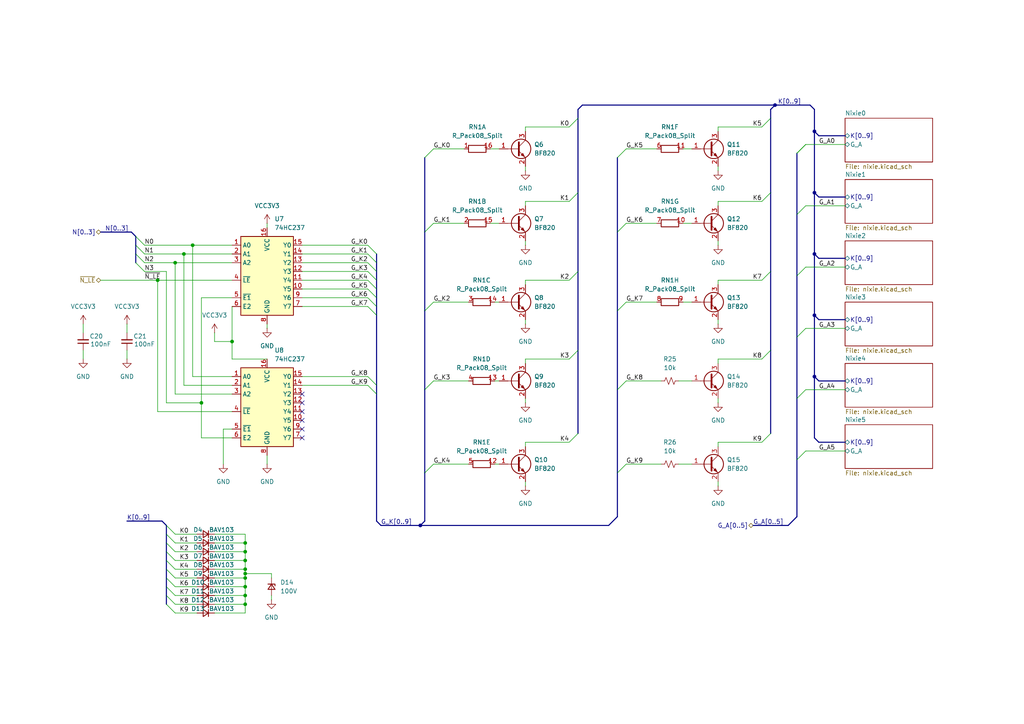
<source format=kicad_sch>
(kicad_sch (version 20250114) (generator "eeschema") (generator_version "9.0")
  (paper "A4")
  (lib_symbols
    (symbol "74xx:74HC237"
      (property "Reference" "U" (at -7.62 13.97 0))
      (property "Value" "74HC237" (at 2.54 -11.43 0))
      (symbol "74HC237_0_1"
        (rectangle (start -7.62 12.7) (end 7.62 -10.16) (stroke (width 0.254)) (fill (type background)))
      )
      (symbol "74HC237_1_1"
        (pin input line (at -10.16 10.16 0) (length 2.54) (name "A0") (number "1"))
        (pin input line (at -10.16 7.62 0) (length 2.54) (name "A1") (number "2"))
        (pin input line (at -10.16 5.08 0) (length 2.54) (name "A2") (number "3"))
        (pin input line (at -10.16 0 0) (length 2.54) (name "~{LE}") (number "4"))
        (pin input line (at -10.16 -5.08 0) (length 2.54) (name "~{E1}") (number "5"))
        (pin input line (at -10.16 -7.62 0) (length 2.54) (name "E2") (number "6"))
        (pin power_in line (at 0 15.24 270) (length 2.54) (name "VCC") (number "16"))
        (pin power_in line (at 0 -12.7 90) (length 2.54) (name "GND") (number "8"))
        (pin output line (at 10.16 10.16 180) (length 2.54) (name "Y0") (number "15"))
        (pin output line (at 10.16 7.62 180) (length 2.54) (name "Y1") (number "14"))
        (pin output line (at 10.16 5.08 180) (length 2.54) (name "Y2") (number "13"))
        (pin output line (at 10.16 2.54 180) (length 2.54) (name "Y3") (number "12"))
        (pin output line (at 10.16 0 180) (length 2.54) (name "Y4") (number "11"))
        (pin output line (at 10.16 -2.54 180) (length 2.54) (name "Y5") (number "10"))
        (pin output line (at 10.16 -5.08 180) (length 2.54) (name "Y6") (number "9"))
        (pin output line (at 10.16 -7.62 180) (length 2.54) (name "Y7") (number "7"))
      )
    )
    (symbol "Device:C_Small" (pin_numbers (hide yes)) (pin_names (offset 0.254) (hide yes))
      (property "Reference" "C" (at 0.254 1.778 0))
      (property "Value" "C_Small" (at 0.254 -2.032 0))
      (symbol "C_Small_0_1"
        (polyline (pts (xy -1.524 0.508) (xy 1.524 0.508)) (stroke (width 0.3048)))
        (polyline (pts (xy -1.524 -0.508) (xy 1.524 -0.508)) (stroke (width 0.3302)))
      )
      (symbol "C_Small_1_1"
        (pin passive line (at 0 2.54 270) (length 2.032) (name "~") (number "1"))
        (pin passive line (at 0 -2.54 90) (length 2.032) (name "~") (number "2"))
      )
    )
    (symbol "Device:D_Small" (pin_numbers (hide yes)) (pin_names (offset 0.254) (hide yes))
      (property "Reference" "D" (at -1.27 2.032 0))
      (property "Value" "D_Small" (at -3.81 -2.032 0))
      (symbol "D_Small_0_1"
        (polyline (pts (xy -0.762 0) (xy 0.762 0)))
        (polyline (pts (xy -0.762 -1.016) (xy -0.762 1.016)) (stroke (width 0.254)))
        (polyline (pts (xy 0.762 -1.016) (xy -0.762 0) (xy 0.762 1.016) (xy 0.762 -1.016)) (stroke (width 0.254)))
      )
      (symbol "D_Small_1_1"
        (pin passive line (at -2.54 0 0) (length 1.778) (name "K") (number "1"))
        (pin passive line (at 2.54 0 180) (length 1.778) (name "A") (number "2"))
      )
    )
    (symbol "Device:D_Zener_Small" (pin_numbers (hide yes)) (pin_names (offset 0.254) (hide yes))
      (property "Reference" "D" (at 0 2.286 0))
      (property "Value" "D_Zener_Small" (at 0 -2.286 0))
      (symbol "D_Zener_Small_0_1"
        (polyline (pts (xy -0.254 1.016) (xy -0.762 1.016) (xy -0.762 -1.016)) (stroke (width 0.254)))
        (polyline (pts (xy 0.762 1.016) (xy -0.762 0) (xy 0.762 -1.016) (xy 0.762 1.016)) (stroke (width 0.254)))
        (polyline (pts (xy 0.762 0) (xy -0.762 0)))
      )
      (symbol "D_Zener_Small_1_1"
        (pin passive line (at -2.54 0 0) (length 1.778) (name "K") (number "1"))
        (pin passive line (at 2.54 0 180) (length 1.778) (name "A") (number "2"))
      )
    )
    (symbol "Device:R_Pack08_Split" (pin_names (offset 0) (hide yes))
      (property "Reference" "RN" (at 2.032 0 90))
      (property "Value" "R_Pack08_Split" (at 0 0 90))
      (symbol "R_Pack08_Split_0_1"
        (rectangle (start 1.016 2.54) (end -1.016 -2.54) (stroke (width 0.254)))
      )
      (symbol "R_Pack08_Split_1_1"
        (pin passive line (at 0 3.81 270) (length 1.27) (name "R1.2") (number "16"))
        (pin passive line (at 0 -3.81 90) (length 1.27) (name "R1.1") (number "1"))
      )
      (symbol "R_Pack08_Split_2_1"
        (pin passive line (at 0 3.81 270) (length 1.27) (name "R2.2") (number "15"))
        (pin passive line (at 0 -3.81 90) (length 1.27) (name "R2.1") (number "2"))
      )
      (symbol "R_Pack08_Split_3_1"
        (pin passive line (at 0 3.81 270) (length 1.27) (name "R3.2") (number "14"))
        (pin passive line (at 0 -3.81 90) (length 1.27) (name "R3.1") (number "3"))
      )
      (symbol "R_Pack08_Split_4_1"
        (pin passive line (at 0 3.81 270) (length 1.27) (name "R4.2") (number "13"))
        (pin passive line (at 0 -3.81 90) (length 1.27) (name "R4.1") (number "4"))
      )
      (symbol "R_Pack08_Split_5_1"
        (pin passive line (at 0 3.81 270) (length 1.27) (name "R5.2") (number "12"))
        (pin passive line (at 0 -3.81 90) (length 1.27) (name "R5.1") (number "5"))
      )
      (symbol "R_Pack08_Split_6_1"
        (pin passive line (at 0 3.81 270) (length 1.27) (name "R6.2") (number "11"))
        (pin passive line (at 0 -3.81 90) (length 1.27) (name "R6.1") (number "6"))
      )
      (symbol "R_Pack08_Split_7_1"
        (pin passive line (at 0 3.81 270) (length 1.27) (name "R7.2") (number "10"))
        (pin passive line (at 0 -3.81 90) (length 1.27) (name "R7.1") (number "7"))
      )
      (symbol "R_Pack08_Split_8_1"
        (pin passive line (at 0 3.81 270) (length 1.27) (name "R8.2") (number "9"))
        (pin passive line (at 0 -3.81 90) (length 1.27) (name "R8.1") (number "8"))
      )
    )
    (symbol "Device:R_Small_US" (pin_numbers (hide yes)) (pin_names (offset 0.254) (hide yes))
      (property "Reference" "R" (at 0.762 0.508 0))
      (property "Value" "R_Small_US" (at 0.762 -1.016 0))
      (symbol "R_Small_US_1_1"
        (polyline (pts (xy 0 1.524) (xy 1.016 1.143) (xy 0 0.762) (xy -1.016 0.381) (xy 0 0)))
        (polyline (pts (xy 0 0) (xy 1.016 -0.381) (xy 0 -0.762) (xy -1.016 -1.143) (xy 0 -1.524)))
        (pin passive line (at 0 2.54 270) (length 1.016) (name "~") (number "1"))
        (pin passive line (at 0 -2.54 90) (length 1.016) (name "~") (number "2"))
      )
    )
    (symbol "Transistor_BJT:Q_NPN_BEC" (pin_names (offset 0) (hide yes))
      (property "Reference" "Q" (at 5.08 1.27 0))
      (property "Value" "Q_NPN_BEC" (at 5.08 -1.27 0))
      (symbol "Q_NPN_BEC_0_1"
        (polyline (pts (xy -2.54 0) (xy 0.635 0)))
        (polyline (pts (xy 0.635 1.905) (xy 0.635 -1.905)) (stroke (width 0.508)))
        (circle (center 1.27 0) (radius 2.8194) (stroke (width 0.254)))
      )
      (symbol "Q_NPN_BEC_1_1"
        (polyline (pts (xy 0.635 0.635) (xy 2.54 2.54)))
        (polyline (pts (xy 0.635 -0.635) (xy 2.54 -2.54)))
        (polyline (pts (xy 1.27 -1.778) (xy 1.778 -1.27) (xy 2.286 -2.286) (xy 1.27 -1.778)) (fill (type outline)))
        (pin input line (at -5.08 0 0) (length 2.54) (name "B") (number "1"))
        (pin passive line (at 2.54 5.08 270) (length 2.54) (name "C") (number "3"))
        (pin passive line (at 2.54 -5.08 90) (length 2.54) (name "E") (number "2"))
      )
    )
    (symbol "power:GND" (power) (pin_numbers (hide yes)) (pin_names (offset 0) (hide yes))
      (property "Value" "GND" (at 0 -3.81 0))
      (symbol "GND_0_1"
        (polyline (pts (xy 0 0) (xy 0 -1.27) (xy 1.27 -1.27) (xy 0 -2.54) (xy -1.27 -1.27) (xy 0 -1.27)))
      )
      (symbol "GND_1_1"
        (pin power_in line (at 0 0 270) (length 0) (name "~") (number "1"))
      )
    )
    (symbol "power:VCC" (power) (pin_numbers (hide yes)) (pin_names (offset 0) (hide yes))
      (property "Value" "VCC" (at 0 3.556 0))
      (symbol "VCC_0_1"
        (polyline (pts (xy -0.762 1.27) (xy 0 2.54)))
        (polyline (pts (xy 0 2.54) (xy 0.762 1.27)))
        (polyline (pts (xy 0 0) (xy 0 2.54)))
      )
      (symbol "VCC_1_1"
        (pin power_in line (at 0 0 90) (length 0) (name "~") (number "1"))
      )
    )
  )
  (junction (at 55.88 71.12))
  (junction (at 71.12 175.26))
  (junction (at 71.12 160.02))
  (junction (at 71.12 170.18))
  (junction (at 236.22 55.88))
  (junction (at 67.31 99.06))
  (junction (at 236.22 73.66))
  (junction (at 45.72 81.28))
  (junction (at 71.12 166.37))
  (junction (at 50.8 76.2))
  (junction (at 236.22 109.22))
  (junction (at 71.12 162.56))
  (junction (at 53.34 73.66))
  (junction (at 71.12 172.72))
  (junction (at 58.42 116.84))
  (junction (at 236.22 38.1))
  (junction (at 71.12 157.48))
  (junction (at 71.12 167.64))
  (junction (at 71.12 165.1))
  (junction (at 236.22 91.44))
  (junction (at 224.79 30.48))
  (junction (at 121.92 152.4))
  (no_connect (at 87.63 124.46))
  (no_connect (at 87.63 127))
  (no_connect (at 87.63 119.38))
  (no_connect (at 87.63 116.84))
  (no_connect (at 87.63 114.3))
  (no_connect (at 87.63 121.92))
  (bus_entry (at 167.64 55.88) (size -2.54 2.54))
  (bus_entry (at 167.64 101.6) (size -2.54 2.54))
  (bus_entry (at 48.26 170.18) (size 2.54 2.54))
  (bus_entry (at 48.26 152.4) (size 2.54 2.54))
  (bus_entry (at 39.37 68.58) (size 2.54 2.54))
  (bus_entry (at 167.64 125.73) (size -2.54 2.54))
  (bus_entry (at 48.26 172.72) (size 2.54 2.54))
  (bus_entry (at 48.26 162.56) (size 2.54 2.54))
  (bus_entry (at 123.19 45.72) (size 2.54 -2.54))
  (bus_entry (at 167.64 78.74) (size -2.54 2.54))
  (bus_entry (at 48.26 160.02) (size 2.54 2.54))
  (bus_entry (at 179.07 113.03) (size 2.54 -2.54))
  (bus_entry (at 109.22 114.3) (size -2.54 -2.54))
  (bus_entry (at 231.14 44.45) (size 2.54 -2.54))
  (bus_entry (at 109.22 91.44) (size -2.54 -2.54))
  (bus_entry (at 231.14 97.79) (size 2.54 -2.54))
  (bus_entry (at 231.14 115.57) (size 2.54 -2.54))
  (bus_entry (at 48.26 154.94) (size 2.54 2.54))
  (bus_entry (at 179.07 67.31) (size 2.54 -2.54))
  (bus_entry (at 39.37 71.12) (size 2.54 2.54))
  (bus_entry (at 48.26 167.64) (size 2.54 2.54))
  (bus_entry (at 223.52 55.88) (size -2.54 2.54))
  (bus_entry (at 231.14 133.35) (size 2.54 -2.54))
  (bus_entry (at 123.19 137.16) (size 2.54 -2.54))
  (bus_entry (at 179.07 90.17) (size 2.54 -2.54))
  (bus_entry (at 48.26 157.48) (size 2.54 2.54))
  (bus_entry (at 167.64 34.29) (size -2.54 2.54))
  (bus_entry (at 123.19 90.17) (size 2.54 -2.54))
  (bus_entry (at 48.26 165.1) (size 2.54 2.54))
  (bus_entry (at 109.22 81.28) (size -2.54 -2.54))
  (bus_entry (at 109.22 73.66) (size -2.54 -2.54))
  (bus_entry (at 39.37 76.2) (size 2.54 2.54))
  (bus_entry (at 223.52 125.73) (size -2.54 2.54))
  (bus_entry (at 109.22 83.82) (size -2.54 -2.54))
  (bus_entry (at 231.14 44.45) (size 2.54 -2.54))
  (bus_entry (at 109.22 111.76) (size -2.54 -2.54))
  (bus_entry (at 123.19 113.03) (size 2.54 -2.54))
  (bus_entry (at 123.19 67.31) (size 2.54 -2.54))
  (bus_entry (at 109.22 78.74) (size -2.54 -2.54))
  (bus_entry (at 109.22 76.2) (size -2.54 -2.54))
  (bus_entry (at 179.07 137.16) (size 2.54 -2.54))
  (bus_entry (at 109.22 88.9) (size -2.54 -2.54))
  (bus_entry (at 39.37 73.66) (size 2.54 2.54))
  (bus_entry (at 48.26 175.26) (size 2.54 2.54))
  (bus_entry (at 231.14 80.01) (size 2.54 -2.54))
  (bus_entry (at 223.52 78.74) (size -2.54 2.54))
  (bus_entry (at 223.52 34.29) (size -2.54 2.54))
  (bus_entry (at 109.22 86.36) (size -2.54 -2.54))
  (bus_entry (at 179.07 45.72) (size 2.54 -2.54))
  (bus_entry (at 231.14 62.23) (size 2.54 -2.54))
  (bus_entry (at 223.52 101.6) (size -2.54 2.54))
  (wire (pts (xy 41.91 73.66) (xy 53.34 73.66)))
  (bus (pts (xy 231.14 133.35) (xy 231.14 149.86)))
  (wire (pts (xy 198.12 87.63) (xy 200.66 87.63)))
  (wire (pts (xy 71.12 165.1) (xy 71.12 166.37)))
  (bus (pts (xy 179.07 90.17) (xy 179.07 113.03)))
  (bus (pts (xy 123.19 151.13) (xy 121.92 152.4)))
  (bus (pts (xy 48.26 157.48) (xy 48.26 160.02)))
  (bus (pts (xy 179.07 137.16) (xy 179.07 149.86)))
  (wire (pts (xy 152.4 92.71) (xy 152.4 93.98)))
  (bus (pts (xy 231.14 115.57) (xy 231.14 133.35)))
  (bus (pts (xy 223.52 55.88) (xy 223.52 78.74)))
  (bus (pts (xy 48.26 152.4) (xy 48.26 154.94)))
  (wire (pts (xy 106.68 71.12) (xy 87.63 71.12)))
  (wire (pts (xy 62.23 165.1) (xy 71.12 165.1)))
  (bus (pts (xy 236.22 31.75) (xy 236.22 38.1)))
  (wire (pts (xy 50.8 76.2) (xy 67.31 76.2)))
  (wire (pts (xy 62.23 99.06) (xy 67.31 99.06)))
  (wire (pts (xy 71.12 160.02) (xy 71.12 162.56)))
  (bus (pts (xy 236.22 109.22) (xy 237.49 110.49)))
  (wire (pts (xy 125.73 64.77) (xy 134.62 64.77)))
  (bus (pts (xy 48.26 165.1) (xy 48.26 167.64)))
  (wire (pts (xy 41.91 76.2) (xy 50.8 76.2)))
  (wire (pts (xy 71.12 175.26) (xy 71.12 177.8)))
  (bus (pts (xy 39.37 73.66) (xy 39.37 76.2)))
  (wire (pts (xy 125.73 134.62) (xy 135.89 134.62)))
  (wire (pts (xy 106.68 78.74) (xy 87.63 78.74)))
  (bus (pts (xy 179.07 45.72) (xy 179.07 67.31)))
  (bus (pts (xy 236.22 73.66) (xy 236.22 91.44)))
  (bus (pts (xy 123.19 45.72) (xy 123.19 67.31)))
  (wire (pts (xy 53.34 111.76) (xy 53.34 73.66)))
  (wire (pts (xy 50.8 167.64) (xy 57.15 167.64)))
  (wire (pts (xy 55.88 109.22) (xy 55.88 71.12)))
  (bus (pts (xy 237.49 128.27) (xy 245.11 128.27)))
  (wire (pts (xy 106.68 76.2) (xy 87.63 76.2)))
  (bus (pts (xy 223.52 34.29) (xy 223.52 55.88)))
  (wire (pts (xy 142.24 64.77) (xy 144.78 64.77)))
  (wire (pts (xy 50.8 114.3) (xy 50.8 76.2)))
  (wire (pts (xy 233.68 95.25) (xy 245.11 95.25)))
  (bus (pts (xy 231.14 97.79) (xy 231.14 115.57)))
  (wire (pts (xy 78.74 172.72) (xy 78.74 173.99)))
  (bus (pts (xy 48.26 172.72) (xy 48.26 175.26)))
  (bus (pts (xy 39.37 68.58) (xy 38.1 67.31)))
  (wire (pts (xy 36.83 93.98) (xy 36.83 96.52)))
  (wire (pts (xy 143.51 134.62) (xy 144.78 134.62)))
  (wire (pts (xy 71.12 154.94) (xy 71.12 157.48)))
  (wire (pts (xy 53.34 73.66) (xy 67.31 73.66)))
  (wire (pts (xy 62.23 162.56) (xy 71.12 162.56)))
  (wire (pts (xy 143.51 110.49) (xy 144.78 110.49)))
  (wire (pts (xy 152.4 81.28) (xy 165.1 81.28)))
  (wire (pts (xy 106.68 86.36) (xy 87.63 86.36)))
  (wire (pts (xy 62.23 170.18) (xy 71.12 170.18)))
  (wire (pts (xy 208.28 58.42) (xy 220.98 58.42)))
  (bus (pts (xy 218.44 152.4) (xy 228.6 152.4)))
  (wire (pts (xy 152.4 36.83) (xy 165.1 36.83)))
  (wire (pts (xy 62.23 177.8) (xy 71.12 177.8)))
  (wire (pts (xy 67.31 86.36) (xy 58.42 86.36)))
  (bus (pts (xy 237.49 110.49) (xy 245.11 110.49)))
  (wire (pts (xy 106.68 111.76) (xy 87.63 111.76)))
  (wire (pts (xy 208.28 36.83) (xy 208.28 38.1)))
  (bus (pts (xy 109.22 76.2) (xy 109.22 78.74)))
  (bus (pts (xy 237.49 39.37) (xy 245.11 39.37)))
  (wire (pts (xy 233.68 41.91) (xy 245.11 41.91)))
  (wire (pts (xy 62.23 172.72) (xy 71.12 172.72)))
  (wire (pts (xy 58.42 86.36) (xy 58.42 116.84)))
  (bus (pts (xy 236.22 38.1) (xy 236.22 55.88)))
  (wire (pts (xy 106.68 83.82) (xy 87.63 83.82)))
  (wire (pts (xy 77.47 93.98) (xy 77.47 95.25)))
  (bus (pts (xy 236.22 73.66) (xy 237.49 74.93)))
  (wire (pts (xy 71.12 167.64) (xy 71.12 170.18)))
  (wire (pts (xy 50.8 157.48) (xy 57.15 157.48)))
  (wire (pts (xy 208.28 115.57) (xy 208.28 116.84)))
  (wire (pts (xy 71.12 157.48) (xy 71.12 160.02)))
  (bus (pts (xy 179.07 149.86) (xy 176.53 152.4)))
  (wire (pts (xy 208.28 128.27) (xy 220.98 128.27)))
  (wire (pts (xy 181.61 43.18) (xy 190.5 43.18)))
  (wire (pts (xy 125.73 87.63) (xy 135.89 87.63)))
  (bus (pts (xy 109.22 83.82) (xy 109.22 86.36)))
  (wire (pts (xy 181.61 64.77) (xy 190.5 64.77)))
  (wire (pts (xy 152.4 115.57) (xy 152.4 116.84)))
  (bus (pts (xy 123.19 67.31) (xy 123.19 90.17)))
  (wire (pts (xy 67.31 99.06) (xy 67.31 104.14)))
  (wire (pts (xy 48.26 116.84) (xy 48.26 78.74)))
  (wire (pts (xy 152.4 128.27) (xy 165.1 128.27)))
  (wire (pts (xy 24.13 101.6) (xy 24.13 104.14)))
  (bus (pts (xy 167.64 31.75) (xy 168.91 30.48)))
  (wire (pts (xy 196.85 134.62) (xy 200.66 134.62)))
  (wire (pts (xy 106.68 109.22) (xy 87.63 109.22)))
  (bus (pts (xy 109.22 78.74) (xy 109.22 81.28)))
  (bus (pts (xy 223.52 34.29) (xy 223.52 31.75)))
  (bus (pts (xy 236.22 91.44) (xy 237.49 92.71)))
  (wire (pts (xy 152.4 36.83) (xy 152.4 38.1)))
  (wire (pts (xy 45.72 81.28) (xy 67.31 81.28)))
  (bus (pts (xy 224.79 30.48) (xy 234.95 30.48)))
  (bus (pts (xy 237.49 74.93) (xy 245.11 74.93)))
  (wire (pts (xy 67.31 111.76) (xy 53.34 111.76)))
  (bus (pts (xy 236.22 55.88) (xy 237.49 57.15)))
  (bus (pts (xy 109.22 88.9) (xy 109.22 91.44)))
  (wire (pts (xy 50.8 165.1) (xy 57.15 165.1)))
  (bus (pts (xy 109.22 73.66) (xy 109.22 76.2)))
  (bus (pts (xy 167.64 101.6) (xy 167.64 125.73)))
  (wire (pts (xy 50.8 177.8) (xy 57.15 177.8)))
  (wire (pts (xy 152.4 128.27) (xy 152.4 129.54)))
  (bus (pts (xy 224.79 30.48) (xy 168.91 30.48)))
  (wire (pts (xy 50.8 162.56) (xy 57.15 162.56)))
  (bus (pts (xy 237.49 92.71) (xy 245.11 92.71)))
  (wire (pts (xy 208.28 48.26) (xy 208.28 49.53)))
  (bus (pts (xy 110.49 152.4) (xy 121.92 152.4)))
  (bus (pts (xy 167.64 34.29) (xy 167.64 55.88)))
  (wire (pts (xy 29.21 81.28) (xy 45.72 81.28)))
  (bus (pts (xy 110.49 152.4) (xy 109.22 151.13)))
  (bus (pts (xy 36.83 151.13) (xy 46.99 151.13)))
  (bus (pts (xy 231.14 44.45) (xy 231.14 62.23)))
  (bus (pts (xy 109.22 111.76) (xy 109.22 114.3)))
  (bus (pts (xy 48.26 152.4) (xy 46.99 151.13)))
  (wire (pts (xy 198.12 64.77) (xy 200.66 64.77)))
  (bus (pts (xy 39.37 68.58) (xy 39.37 71.12)))
  (wire (pts (xy 67.31 99.06) (xy 67.31 88.9)))
  (wire (pts (xy 71.12 172.72) (xy 71.12 175.26)))
  (bus (pts (xy 109.22 114.3) (xy 109.22 151.13)))
  (wire (pts (xy 152.4 104.14) (xy 152.4 105.41)))
  (wire (pts (xy 233.68 113.03) (xy 245.11 113.03)))
  (bus (pts (xy 123.19 137.16) (xy 123.19 151.13)))
  (bus (pts (xy 236.22 109.22) (xy 236.22 127)))
  (wire (pts (xy 62.23 175.26) (xy 71.12 175.26)))
  (bus (pts (xy 48.26 160.02) (xy 48.26 162.56)))
  (wire (pts (xy 67.31 124.46) (xy 64.77 124.46)))
  (wire (pts (xy 55.88 71.12) (xy 67.31 71.12)))
  (wire (pts (xy 78.74 166.37) (xy 78.74 167.64)))
  (bus (pts (xy 236.22 91.44) (xy 236.22 109.22)))
  (wire (pts (xy 233.68 77.47) (xy 245.11 77.47)))
  (bus (pts (xy 123.19 113.03) (xy 123.19 137.16)))
  (wire (pts (xy 143.51 87.63) (xy 144.78 87.63)))
  (wire (pts (xy 71.12 162.56) (xy 71.12 165.1)))
  (bus (pts (xy 231.14 80.01) (xy 231.14 97.79)))
  (wire (pts (xy 55.88 109.22) (xy 67.31 109.22)))
  (bus (pts (xy 236.22 127) (xy 237.49 128.27)))
  (wire (pts (xy 58.42 116.84) (xy 48.26 116.84)))
  (bus (pts (xy 234.95 30.48) (xy 236.22 31.75)))
  (wire (pts (xy 50.8 170.18) (xy 57.15 170.18)))
  (wire (pts (xy 58.42 127) (xy 67.31 127)))
  (wire (pts (xy 106.68 73.66) (xy 87.63 73.66)))
  (wire (pts (xy 50.8 160.02) (xy 57.15 160.02)))
  (bus (pts (xy 179.07 113.03) (xy 179.07 137.16)))
  (wire (pts (xy 50.8 154.94) (xy 57.15 154.94)))
  (wire (pts (xy 67.31 104.14) (xy 77.47 104.14)))
  (wire (pts (xy 208.28 58.42) (xy 208.28 59.69)))
  (wire (pts (xy 208.28 81.28) (xy 208.28 82.55)))
  (bus (pts (xy 109.22 91.44) (xy 109.22 111.76)))
  (wire (pts (xy 67.31 119.38) (xy 45.72 119.38)))
  (wire (pts (xy 208.28 69.85) (xy 208.28 71.12)))
  (bus (pts (xy 48.26 154.94) (xy 48.26 157.48)))
  (wire (pts (xy 45.72 119.38) (xy 45.72 81.28)))
  (bus (pts (xy 167.64 55.88) (xy 167.64 78.74)))
  (wire (pts (xy 64.77 124.46) (xy 64.77 134.62)))
  (wire (pts (xy 62.23 96.52) (xy 62.23 99.06)))
  (bus (pts (xy 179.07 67.31) (xy 179.07 90.17)))
  (wire (pts (xy 62.23 154.94) (xy 71.12 154.94)))
  (wire (pts (xy 62.23 157.48) (xy 71.12 157.48)))
  (wire (pts (xy 50.8 172.72) (xy 57.15 172.72)))
  (wire (pts (xy 62.23 160.02) (xy 71.12 160.02)))
  (bus (pts (xy 223.52 31.75) (xy 224.79 30.48)))
  (bus (pts (xy 48.26 167.64) (xy 48.26 170.18)))
  (wire (pts (xy 50.8 175.26) (xy 57.15 175.26)))
  (wire (pts (xy 24.13 93.98) (xy 24.13 96.52)))
  (wire (pts (xy 41.91 71.12) (xy 55.88 71.12)))
  (wire (pts (xy 233.68 130.81) (xy 245.11 130.81)))
  (bus (pts (xy 237.49 57.15) (xy 245.11 57.15)))
  (wire (pts (xy 77.47 132.08) (xy 77.47 134.62)))
  (wire (pts (xy 152.4 81.28) (xy 152.4 82.55)))
  (wire (pts (xy 152.4 58.42) (xy 152.4 59.69)))
  (wire (pts (xy 208.28 92.71) (xy 208.28 93.98)))
  (wire (pts (xy 152.4 58.42) (xy 165.1 58.42)))
  (bus (pts (xy 167.64 34.29) (xy 167.64 31.75)))
  (wire (pts (xy 152.4 69.85) (xy 152.4 71.12)))
  (wire (pts (xy 198.12 43.18) (xy 200.66 43.18)))
  (wire (pts (xy 106.68 81.28) (xy 87.63 81.28)))
  (wire (pts (xy 152.4 104.14) (xy 165.1 104.14)))
  (bus (pts (xy 236.22 38.1) (xy 237.49 39.37)))
  (wire (pts (xy 233.68 59.69) (xy 245.11 59.69)))
  (wire (pts (xy 71.12 166.37) (xy 71.12 167.64)))
  (wire (pts (xy 208.28 139.7) (xy 208.28 140.97)))
  (wire (pts (xy 62.23 167.64) (xy 71.12 167.64)))
  (wire (pts (xy 208.28 36.83) (xy 220.98 36.83)))
  (bus (pts (xy 109.22 81.28) (xy 109.22 83.82)))
  (wire (pts (xy 208.28 104.14) (xy 208.28 105.41)))
  (bus (pts (xy 223.52 101.6) (xy 223.52 125.73)))
  (wire (pts (xy 152.4 48.26) (xy 152.4 49.53)))
  (wire (pts (xy 208.28 128.27) (xy 208.28 129.54)))
  (wire (pts (xy 125.73 43.18) (xy 134.62 43.18)))
  (wire (pts (xy 106.68 88.9) (xy 87.63 88.9)))
  (bus (pts (xy 123.19 90.17) (xy 123.19 113.03)))
  (bus (pts (xy 121.92 152.4) (xy 176.53 152.4)))
  (bus (pts (xy 48.26 162.56) (xy 48.26 165.1)))
  (wire (pts (xy 181.61 87.63) (xy 190.5 87.63)))
  (bus (pts (xy 167.64 78.74) (xy 167.64 101.6)))
  (wire (pts (xy 142.24 43.18) (xy 144.78 43.18)))
  (bus (pts (xy 39.37 71.12) (xy 39.37 73.66)))
  (wire (pts (xy 58.42 116.84) (xy 58.42 127)))
  (bus (pts (xy 223.52 78.74) (xy 223.52 101.6)))
  (bus (pts (xy 231.14 62.23) (xy 231.14 80.01)))
  (bus (pts (xy 109.22 86.36) (xy 109.22 88.9)))
  (wire (pts (xy 67.31 114.3) (xy 50.8 114.3)))
  (bus (pts (xy 48.26 170.18) (xy 48.26 172.72)))
  (wire (pts (xy 41.91 78.74) (xy 48.26 78.74)))
  (wire (pts (xy 77.47 64.77) (xy 77.47 66.04)))
  (wire (pts (xy 181.61 110.49) (xy 191.77 110.49)))
  (wire (pts (xy 196.85 110.49) (xy 200.66 110.49)))
  (wire (pts (xy 152.4 139.7) (xy 152.4 140.97)))
  (wire (pts (xy 125.73 110.49) (xy 135.89 110.49)))
  (bus (pts (xy 29.21 67.31) (xy 38.1 67.31)))
  (wire (pts (xy 71.12 166.37) (xy 78.74 166.37)))
  (bus (pts (xy 236.22 55.88) (xy 236.22 73.66)))
  (wire (pts (xy 208.28 81.28) (xy 220.98 81.28)))
  (wire (pts (xy 71.12 170.18) (xy 71.12 172.72)))
  (bus (pts (xy 231.14 149.86) (xy 228.6 152.4)))
  (wire (pts (xy 208.28 104.14) (xy 220.98 104.14)))
  (wire (pts (xy 181.61 134.62) (xy 191.77 134.62)))
  (wire (pts (xy 36.83 101.6) (xy 36.83 104.14)))
  (label "K5" (at 220.98 36.83 180))
  (label "G_K9" (at 181.61 134.62 0))
  (label "G_A[0..5]" (at 218.44 152.4 0))
  (label "N[0..3]" (at 30.48 67.31 0))
  (label "K8" (at 52.07 175.26 0))
  (label "G_A1" (at 237.49 59.69 0))
  (label "N3" (at 41.91 78.74 0))
  (label "G_A3" (at 237.49 95.25 0))
  (label "G_K[0..9]" (at 110.49 152.4 0))
  (label "G_K5" (at 181.61 43.18 0))
  (label "G_K2" (at 125.73 87.63 0))
  (label "K9" (at 52.07 177.8 0))
  (label "K5" (at 52.07 167.64 0))
  (label "G_A5" (at 237.49 130.81 0))
  (label "G_A4" (at 237.49 113.03 0))
  (label "G_K4" (at 125.73 134.62 0))
  (label "G_K7" (at 181.61 87.63 0))
  (label "K0" (at 165.1 36.83 180))
  (label "K0" (at 52.07 154.94 0))
  (label "G_K6" (at 181.61 64.77 0))
  (label "K1" (at 52.07 157.48 0))
  (label "N0" (at 41.91 71.12 0))
  (label "G_A0" (at 237.49 41.91 0))
  (label "K[0..9]" (at 36.83 151.13 0))
  (label "G_K4" (at 106.68 81.28 180))
  (label "K7" (at 220.98 81.28 180))
  (label "K4" (at 52.07 165.1 0))
  (label "G_K3" (at 125.73 110.49 0))
  (label "N1" (at 41.91 73.66 0))
  (label "G_K1" (at 106.68 73.66 180))
  (label "G_K6" (at 106.68 86.36 180))
  (label "K1" (at 165.1 58.42 180))
  (label "G_K0" (at 106.68 71.12 180))
  (label "G_K7" (at 106.68 88.9 180))
  (label "G_A2" (at 237.49 77.47 0))
  (label "K8" (at 220.98 104.14 180))
  (label "G_K2" (at 106.68 76.2 180))
  (label "G_K5" (at 106.68 83.82 180))
  (label "G_K8" (at 181.61 110.49 0))
  (label "G_K3" (at 106.68 78.74 180))
  (label "G_K1" (at 125.73 64.77 0))
  (label "K3" (at 52.07 162.56 0))
  (label "K3" (at 165.1 104.14 180))
  (label "G_K8" (at 106.68 109.22 180))
  (label "G_K9" (at 106.68 111.76 180))
  (label "K6" (at 52.07 170.18 0))
  (label "K9" (at 220.98 128.27 180))
  (label "K[0..9]" (at 232.41 30.48 180))
  (label "G_K0" (at 125.73 43.18 0))
  (label "K2" (at 165.1 81.28 180))
  (label "N2" (at 41.91 76.2 0))
  (label "K6" (at 220.98 58.42 180))
  (label "~{N_LE}" (at 41.91 81.28 0))
  (label "K2" (at 52.07 160.02 0))
  (label "K7" (at 52.07 172.72 0))
  (label "K4" (at 165.1 128.27 180))
  (hierarchical_label "~{N_LE}" (shape bidirectional) (at 29.21 81.28 180))
  (hierarchical_label "N[0..3]" (shape bidirectional) (at 29.21 67.31 180))
  (hierarchical_label "G_A[0..5]" (shape bidirectional) (at 218.44 152.4 180))
  (symbol (lib_id "Device:D_Small") (at 59.69 162.56 180) (unit 1)
    (property "Reference" "D7" (at 57.404 161.29 0))
    (property "Value" "BAV103" (at 64.262 161.29 0))
    (property "Footprint" "Diode_SMD:D_MiniMELF" (effects (hide yes)))
    (property "Description" "Diode, small symbol" (effects (hide yes)))
    (property "Sim.Device" "D" (effects (hide yes)))
    (property "Sim.Pins" "1=K 2=A" (effects (hide yes)))
    (property "LCSC" "C3313132" (effects (hide yes)))
  )
  (symbol (lib_id "Device:R_Pack08_Split") (at 194.31 87.63 270) (unit 8)
    (property "Reference" "RN1" (at 194.31 81.28 90))
    (property "Value" "R_Pack08_Split" (at 194.31 83.82 90))
    (property "Footprint" "Yet-Another-Nixie-Clock:RES-ARRAY-SMD_0402-16P-L4.0-W1.6-BL-2" (effects (hide yes)))
    (property "Description" "8 resistor network, parallel topology, split" (effects (hide yes)))
    (property "LCSC" "C326649" (effects (hide yes)))
  )
  (symbol (lib_id "Device:D_Small") (at 59.69 177.8 180) (unit 1)
    (property "Reference" "D13" (at 57.404 176.53 0))
    (property "Value" "BAV103" (at 64.262 176.53 0))
    (property "Footprint" "Diode_SMD:D_MiniMELF" (effects (hide yes)))
    (property "Description" "Diode, small symbol" (effects (hide yes)))
    (property "Sim.Device" "D" (effects (hide yes)))
    (property "Sim.Pins" "1=K 2=A" (effects (hide yes)))
    (property "LCSC" "C3313132" (effects (hide yes)))
  )
  (symbol (lib_id "power:GND") (at 77.47 95.25 0) (unit 1)
    (property "Reference" "#PWR072" (effects (hide yes)))
    (property "Value" "GND" (at 77.47 100.33 0))
    (property "Description" "Power symbol creates a global label with name \"GND\" , ground" (effects (hide yes)))
  )
  (symbol (lib_id "Transistor_BJT:Q_NPN_BEC") (at 149.86 64.77 0) (unit 1)
    (property "Reference" "Q7" (at 154.94 63.4999 0) (effects (justify left)))
    (property "Value" "BF820" (at 154.94 66.0399 0) (effects (justify left)))
    (property "Footprint" "Package_TO_SOT_SMD:TSOT-23" (effects (hide yes)))
    (property "Description" "NPN transistor, base/emitter/collector" (effects (hide yes)))
    (property "LCSC" "C426796" (effects (hide yes)))
  )
  (symbol (lib_id "power:VCC") (at 77.47 64.77 0) (unit 1)
    (property "Reference" "#PWR071" (effects (hide yes)))
    (property "Value" "VCC3V3" (at 77.47 59.69 0))
    (property "Description" "Power symbol creates a global label with name \"VCC\"" (effects (hide yes)))
  )
  (symbol (lib_id "power:GND") (at 208.28 49.53 0) (unit 1)
    (property "Reference" "#PWR080" (effects (hide yes)))
    (property "Value" "GND" (at 208.28 54.61 0))
    (property "Description" "Power symbol creates a global label with name \"GND\" , ground" (effects (hide yes)))
  )
  (symbol (lib_id "power:GND") (at 78.74 173.99 0) (unit 1)
    (property "Reference" "#PWR074" (effects (hide yes)))
    (property "Value" "GND" (at 78.74 179.07 0))
    (property "Description" "Power symbol creates a global label with name \"GND\" , ground" (effects (hide yes)))
  )
  (symbol (lib_id "power:VCC") (at 24.13 93.98 0) (unit 1)
    (property "Reference" "#PWR065" (effects (hide yes)))
    (property "Value" "VCC3V3" (at 24.13 88.9 0))
    (property "Description" "Power symbol creates a global label with name \"VCC\"" (effects (hide yes)))
  )
  (symbol (lib_id "power:GND") (at 24.13 104.14 0) (unit 1)
    (property "Reference" "#PWR066" (effects (hide yes)))
    (property "Value" "GND" (at 24.13 109.22 0))
    (property "Description" "Power symbol creates a global label with name \"GND\" , ground" (effects (hide yes)))
  )
  (symbol (lib_id "Device:R_Small_US") (at 194.31 110.49 90) (unit 1)
    (property "Reference" "R25" (at 194.31 104.14 90))
    (property "Value" "10k" (at 194.31 106.68 90))
    (property "Footprint" "Resistor_SMD:R_0603_1608Metric" (effects (hide yes)))
    (property "Description" "Resistor, small US symbol" (effects (hide yes)))
    (property "LCSC" "C98220" (effects (hide yes)))
  )
  (symbol (lib_id "power:GND") (at 77.47 134.62 0) (unit 1)
    (property "Reference" "#PWR073" (effects (hide yes)))
    (property "Value" "GND" (at 77.47 139.7 0))
    (property "Description" "Power symbol creates a global label with name \"GND\" , ground" (effects (hide yes)))
  )
  (symbol (lib_id "power:VCC") (at 36.83 93.98 0) (unit 1)
    (property "Reference" "#PWR067" (effects (hide yes)))
    (property "Value" "VCC3V3" (at 36.83 88.9 0))
    (property "Description" "Power symbol creates a global label with name \"VCC\"" (effects (hide yes)))
  )
  (symbol (lib_id "Transistor_BJT:Q_NPN_BEC") (at 149.86 110.49 0) (unit 1)
    (property "Reference" "Q9" (at 154.94 109.2199 0) (effects (justify left)))
    (property "Value" "BF820" (at 154.94 111.7599 0) (effects (justify left)))
    (property "Footprint" "Package_TO_SOT_SMD:TSOT-23" (effects (hide yes)))
    (property "Description" "NPN transistor, base/emitter/collector" (effects (hide yes)))
    (property "LCSC" "C426796" (effects (hide yes)))
  )
  (symbol (lib_id "power:GND") (at 152.4 49.53 0) (unit 1)
    (property "Reference" "#PWR075" (effects (hide yes)))
    (property "Value" "GND" (at 152.4 54.61 0))
    (property "Description" "Power symbol creates a global label with name \"GND\" , ground" (effects (hide yes)))
  )
  (symbol (lib_id "Transistor_BJT:Q_NPN_BEC") (at 205.74 110.49 0) (unit 1)
    (property "Reference" "Q14" (at 210.82 109.2199 0) (effects (justify left)))
    (property "Value" "BF820" (at 210.82 111.7599 0) (effects (justify left)))
    (property "Footprint" "Package_TO_SOT_SMD:TSOT-23" (effects (hide yes)))
    (property "Description" "NPN transistor, base/emitter/collector" (effects (hide yes)))
    (property "LCSC" "C426796" (effects (hide yes)))
  )
  (symbol (lib_id "Transistor_BJT:Q_NPN_BEC") (at 205.74 87.63 0) (unit 1)
    (property "Reference" "Q13" (at 210.82 86.3599 0) (effects (justify left)))
    (property "Value" "BF820" (at 210.82 88.8999 0) (effects (justify left)))
    (property "Footprint" "Package_TO_SOT_SMD:TSOT-23" (effects (hide yes)))
    (property "Description" "NPN transistor, base/emitter/collector" (effects (hide yes)))
    (property "LCSC" "C426796" (effects (hide yes)))
  )
  (symbol (lib_id "74xx:74HC237") (at 77.47 81.28 0) (unit 1)
    (property "Reference" "U7" (at 79.6133 63.5 0) (effects (justify left)))
    (property "Value" "74HC237" (at 79.6133 66.04 0) (effects (justify left)))
    (property "Footprint" "Package_SO:TSSOP-16_4.4x5mm_P0.65mm" (effects (hide yes)))
    (property "Datasheet" "http://www.ti.com/lit/ds/symlink/cd74hc237.pdf" (effects (hide yes)))
    (property "Description" "3-to-8 line decoder/multiplexer with address latches, DIP-16/SOIC-16/SSOP-16" (effects (hide yes)))
    (property "LCSC" "C2674656" (effects (hide yes)))
  )
  (symbol (lib_id "power:GND") (at 208.28 71.12 0) (unit 1)
    (property "Reference" "#PWR081" (effects (hide yes)))
    (property "Value" "GND" (at 208.28 76.2 0))
    (property "Description" "Power symbol creates a global label with name \"GND\" , ground" (effects (hide yes)))
  )
  (symbol (lib_id "Transistor_BJT:Q_NPN_BEC") (at 149.86 43.18 0) (unit 1)
    (property "Reference" "Q6" (at 154.94 41.9099 0) (effects (justify left)))
    (property "Value" "BF820" (at 154.94 44.4499 0) (effects (justify left)))
    (property "Footprint" "Package_TO_SOT_SMD:TSOT-23" (effects (hide yes)))
    (property "Description" "NPN transistor, base/emitter/collector" (effects (hide yes)))
    (property "LCSC" "C426796" (effects (hide yes)))
  )
  (symbol (lib_id "power:GND") (at 152.4 140.97 0) (unit 1)
    (property "Reference" "#PWR079" (effects (hide yes)))
    (property "Value" "GND" (at 152.4 146.05 0))
    (property "Description" "Power symbol creates a global label with name \"GND\" , ground" (effects (hide yes)))
  )
  (symbol (lib_id "Device:D_Small") (at 59.69 154.94 180) (unit 1)
    (property "Reference" "D4" (at 57.404 153.67 0))
    (property "Value" "BAV103" (at 64.262 153.67 0))
    (property "Footprint" "Diode_SMD:D_MiniMELF" (effects (hide yes)))
    (property "Description" "Diode, small symbol" (effects (hide yes)))
    (property "Sim.Device" "D" (effects (hide yes)))
    (property "Sim.Pins" "1=K 2=A" (effects (hide yes)))
    (property "LCSC" "C3313132" (effects (hide yes)))
  )
  (symbol (lib_id "Transistor_BJT:Q_NPN_BEC") (at 149.86 87.63 0) (unit 1)
    (property "Reference" "Q8" (at 154.94 86.3599 0) (effects (justify left)))
    (property "Value" "BF820" (at 154.94 88.8999 0) (effects (justify left)))
    (property "Footprint" "Package_TO_SOT_SMD:TSOT-23" (effects (hide yes)))
    (property "Description" "NPN transistor, base/emitter/collector" (effects (hide yes)))
    (property "LCSC" "C426796" (effects (hide yes)))
  )
  (symbol (lib_id "power:GND") (at 64.77 134.62 0) (unit 1)
    (property "Reference" "#PWR070" (effects (hide yes)))
    (property "Value" "GND" (at 64.77 139.7 0))
    (property "Description" "Power symbol creates a global label with name \"GND\" , ground" (effects (hide yes)))
  )
  (symbol (lib_id "Device:R_Pack08_Split") (at 138.43 64.77 270) (unit 2)
    (property "Reference" "RN1" (at 138.43 58.42 90))
    (property "Value" "R_Pack08_Split" (at 138.43 60.96 90))
    (property "Footprint" "Yet-Another-Nixie-Clock:RES-ARRAY-SMD_0402-16P-L4.0-W1.6-BL-2" (effects (hide yes)))
    (property "Description" "8 resistor network, parallel topology, split" (effects (hide yes)))
    (property "LCSC" "C326649" (effects (hide yes)))
  )
  (symbol (lib_id "Device:D_Small") (at 59.69 165.1 180) (unit 1)
    (property "Reference" "D8" (at 57.404 163.83 0))
    (property "Value" "BAV103" (at 64.262 163.83 0))
    (property "Footprint" "Diode_SMD:D_MiniMELF" (effects (hide yes)))
    (property "Description" "Diode, small symbol" (effects (hide yes)))
    (property "Sim.Device" "D" (effects (hide yes)))
    (property "Sim.Pins" "1=K 2=A" (effects (hide yes)))
    (property "LCSC" "C3313132" (effects (hide yes)))
  )
  (symbol (lib_id "Transistor_BJT:Q_NPN_BEC") (at 149.86 134.62 0) (unit 1)
    (property "Reference" "Q10" (at 154.94 133.3499 0) (effects (justify left)))
    (property "Value" "BF820" (at 154.94 135.8899 0) (effects (justify left)))
    (property "Footprint" "Package_TO_SOT_SMD:TSOT-23" (effects (hide yes)))
    (property "Description" "NPN transistor, base/emitter/collector" (effects (hide yes)))
    (property "LCSC" "C426796" (effects (hide yes)))
  )
  (symbol (lib_id "Device:C_Small") (at 24.13 99.06 180) (unit 1)
    (property "Reference" "C20" (at 27.94 97.536 0))
    (property "Value" "100nF" (at 29.21 99.822 0))
    (property "Footprint" "Capacitor_SMD:C_0603_1608Metric" (effects (hide yes)))
    (property "Description" "Unpolarized capacitor, small symbol" (effects (hide yes)))
    (property "LCSC" "C92490" (effects (hide yes)))
  )
  (symbol (lib_id "power:GND") (at 152.4 116.84 0) (unit 1)
    (property "Reference" "#PWR078" (effects (hide yes)))
    (property "Value" "GND" (at 152.4 121.92 0))
    (property "Description" "Power symbol creates a global label with name \"GND\" , ground" (effects (hide yes)))
  )
  (symbol (lib_id "Device:C_Small") (at 36.83 99.06 180) (unit 1)
    (property "Reference" "C21" (at 40.64 97.536 0))
    (property "Value" "100nF" (at 41.91 99.822 0))
    (property "Footprint" "Capacitor_SMD:C_0603_1608Metric" (effects (hide yes)))
    (property "Description" "Unpolarized capacitor, small symbol" (effects (hide yes)))
    (property "LCSC" "C92490" (effects (hide yes)))
  )
  (symbol (lib_id "Device:D_Small") (at 59.69 170.18 180) (unit 1)
    (property "Reference" "D10" (at 57.404 168.91 0))
    (property "Value" "BAV103" (at 64.262 168.91 0))
    (property "Footprint" "Diode_SMD:D_MiniMELF" (effects (hide yes)))
    (property "Description" "Diode, small symbol" (effects (hide yes)))
    (property "Sim.Device" "D" (effects (hide yes)))
    (property "Sim.Pins" "1=K 2=A" (effects (hide yes)))
    (property "LCSC" "C3313132" (effects (hide yes)))
  )
  (symbol (lib_id "power:GND") (at 208.28 93.98 0) (unit 1)
    (property "Reference" "#PWR082" (effects (hide yes)))
    (property "Value" "GND" (at 208.28 99.06 0))
    (property "Description" "Power symbol creates a global label with name \"GND\" , ground" (effects (hide yes)))
  )
  (symbol (lib_id "Device:R_Pack08_Split") (at 139.7 134.62 270) (unit 5)
    (property "Reference" "RN1" (at 139.7 128.27 90))
    (property "Value" "R_Pack08_Split" (at 139.7 130.81 90))
    (property "Footprint" "Yet-Another-Nixie-Clock:RES-ARRAY-SMD_0402-16P-L4.0-W1.6-BL-2" (effects (hide yes)))
    (property "Description" "8 resistor network, parallel topology, split" (effects (hide yes)))
    (property "LCSC" "C326649" (effects (hide yes)))
  )
  (symbol (lib_id "power:GND") (at 208.28 140.97 0) (unit 1)
    (property "Reference" "#PWR084" (effects (hide yes)))
    (property "Value" "GND" (at 208.28 146.05 0))
    (property "Description" "Power symbol creates a global label with name \"GND\" , ground" (effects (hide yes)))
  )
  (symbol (lib_id "power:GND") (at 152.4 71.12 0) (unit 1)
    (property "Reference" "#PWR076" (effects (hide yes)))
    (property "Value" "GND" (at 152.4 76.2 0))
    (property "Description" "Power symbol creates a global label with name \"GND\" , ground" (effects (hide yes)))
  )
  (symbol (lib_id "Transistor_BJT:Q_NPN_BEC") (at 205.74 43.18 0) (unit 1)
    (property "Reference" "Q11" (at 210.82 41.9099 0) (effects (justify left)))
    (property "Value" "BF820" (at 210.82 44.4499 0) (effects (justify left)))
    (property "Footprint" "Package_TO_SOT_SMD:TSOT-23" (effects (hide yes)))
    (property "Description" "NPN transistor, base/emitter/collector" (effects (hide yes)))
    (property "LCSC" "C426796" (effects (hide yes)))
  )
  (symbol (lib_id "Device:R_Pack08_Split") (at 139.7 110.49 270) (unit 4)
    (property "Reference" "RN1" (at 139.7 104.14 90))
    (property "Value" "R_Pack08_Split" (at 139.7 106.68 90))
    (property "Footprint" "Yet-Another-Nixie-Clock:RES-ARRAY-SMD_0402-16P-L4.0-W1.6-BL-2" (effects (hide yes)))
    (property "Description" "8 resistor network, parallel topology, split" (effects (hide yes)))
    (property "LCSC" "C326649" (effects (hide yes)))
  )
  (symbol (lib_id "Device:D_Small") (at 59.69 172.72 180) (unit 1)
    (property "Reference" "D11" (at 57.404 171.45 0))
    (property "Value" "BAV103" (at 64.262 171.45 0))
    (property "Footprint" "Diode_SMD:D_MiniMELF" (effects (hide yes)))
    (property "Description" "Diode, small symbol" (effects (hide yes)))
    (property "Sim.Device" "D" (effects (hide yes)))
    (property "Sim.Pins" "1=K 2=A" (effects (hide yes)))
    (property "LCSC" "C3313132" (effects (hide yes)))
  )
  (symbol (lib_id "Device:D_Small") (at 59.69 167.64 180) (unit 1)
    (property "Reference" "D9" (at 57.404 166.37 0))
    (property "Value" "BAV103" (at 64.262 166.37 0))
    (property "Footprint" "Diode_SMD:D_MiniMELF" (effects (hide yes)))
    (property "Description" "Diode, small symbol" (effects (hide yes)))
    (property "Sim.Device" "D" (effects (hide yes)))
    (property "Sim.Pins" "1=K 2=A" (effects (hide yes)))
    (property "LCSC" "C3313132" (effects (hide yes)))
  )
  (symbol (lib_id "Device:D_Small") (at 59.69 160.02 180) (unit 1)
    (property "Reference" "D6" (at 57.404 158.75 0))
    (property "Value" "BAV103" (at 64.262 158.75 0))
    (property "Footprint" "Diode_SMD:D_MiniMELF" (effects (hide yes)))
    (property "Description" "Diode, small symbol" (effects (hide yes)))
    (property "Sim.Device" "D" (effects (hide yes)))
    (property "Sim.Pins" "1=K 2=A" (effects (hide yes)))
    (property "LCSC" "C3313132" (effects (hide yes)))
  )
  (symbol (lib_id "power:GND") (at 36.83 104.14 0) (unit 1)
    (property "Reference" "#PWR068" (effects (hide yes)))
    (property "Value" "GND" (at 36.83 109.22 0))
    (property "Description" "Power symbol creates a global label with name \"GND\" , ground" (effects (hide yes)))
  )
  (symbol (lib_id "Device:D_Zener_Small") (at 78.74 170.18 270) (unit 1)
    (property "Reference" "D14" (at 81.28 168.9099 90) (effects (justify left)))
    (property "Value" "100V" (at 81.28 171.4499 90) (effects (justify left)))
    (property "Footprint" "Diode_SMD:D_SMA" (effects (hide yes)))
    (property "Description" "Zener diode, small symbol" (effects (hide yes)))
    (property "LCSC" "C3014322" (effects (hide yes)))
  )
  (symbol (lib_id "Device:R_Small_US") (at 194.31 134.62 90) (unit 1)
    (property "Reference" "R26" (at 194.31 128.27 90))
    (property "Value" "10k" (at 194.31 130.81 90))
    (property "Footprint" "Resistor_SMD:R_0603_1608Metric" (effects (hide yes)))
    (property "Description" "Resistor, small US symbol" (effects (hide yes)))
    (property "LCSC" "C98220" (effects (hide yes)))
  )
  (symbol (lib_id "74xx:74HC237") (at 77.47 119.38 0) (unit 1)
    (property "Reference" "U8" (at 79.6133 101.6 0) (effects (justify left)))
    (property "Value" "74HC237" (at 79.6133 104.14 0) (effects (justify left)))
    (property "Footprint" "Package_SO:TSSOP-16_4.4x5mm_P0.65mm" (effects (hide yes)))
    (property "Datasheet" "http://www.ti.com/lit/ds/symlink/cd74hc237.pdf" (effects (hide yes)))
    (property "Description" "3-to-8 line decoder/multiplexer with address latches, DIP-16/SOIC-16/SSOP-16" (effects (hide yes)))
    (property "LCSC" "C2674656" (effects (hide yes)))
  )
  (symbol (lib_id "Transistor_BJT:Q_NPN_BEC") (at 205.74 134.62 0) (unit 1)
    (property "Reference" "Q15" (at 210.82 133.3499 0) (effects (justify left)))
    (property "Value" "BF820" (at 210.82 135.8899 0) (effects (justify left)))
    (property "Footprint" "Package_TO_SOT_SMD:TSOT-23" (effects (hide yes)))
    (property "Description" "NPN transistor, base/emitter/collector" (effects (hide yes)))
    (property "LCSC" "C426796" (effects (hide yes)))
  )
  (symbol (lib_id "power:GND") (at 208.28 116.84 0) (unit 1)
    (property "Reference" "#PWR083" (effects (hide yes)))
    (property "Value" "GND" (at 208.28 121.92 0))
    (property "Description" "Power symbol creates a global label with name \"GND\" , ground" (effects (hide yes)))
  )
  (symbol (lib_id "Device:R_Pack08_Split") (at 138.43 43.18 270) (unit 1)
    (property "Reference" "RN1" (at 138.43 36.83 90))
    (property "Value" "R_Pack08_Split" (at 138.43 39.37 90))
    (property "Footprint" "Yet-Another-Nixie-Clock:RES-ARRAY-SMD_0402-16P-L4.0-W1.6-BL-2" (effects (hide yes)))
    (property "Description" "8 resistor network, parallel topology, split" (effects (hide yes)))
    (property "LCSC" "C326649" (effects (hide yes)))
  )
  (symbol (lib_id "Transistor_BJT:Q_NPN_BEC") (at 205.74 64.77 0) (unit 1)
    (property "Reference" "Q12" (at 210.82 63.4999 0) (effects (justify left)))
    (property "Value" "BF820" (at 210.82 66.0399 0) (effects (justify left)))
    (property "Footprint" "Package_TO_SOT_SMD:TSOT-23" (effects (hide yes)))
    (property "Description" "NPN transistor, base/emitter/collector" (effects (hide yes)))
    (property "LCSC" "C426796" (effects (hide yes)))
  )
  (symbol (lib_id "power:VCC") (at 62.23 96.52 0) (unit 1)
    (property "Reference" "#PWR069" (effects (hide yes)))
    (property "Value" "VCC3V3" (at 62.23 91.44 0))
    (property "Description" "Power symbol creates a global label with name \"VCC\"" (effects (hide yes)))
  )
  (symbol (lib_id "Device:D_Small") (at 59.69 175.26 180) (unit 1)
    (property "Reference" "D12" (at 57.404 173.99 0))
    (property "Value" "BAV103" (at 64.262 173.99 0))
    (property "Footprint" "Diode_SMD:D_MiniMELF" (effects (hide yes)))
    (property "Description" "Diode, small symbol" (effects (hide yes)))
    (property "Sim.Device" "D" (effects (hide yes)))
    (property "Sim.Pins" "1=K 2=A" (effects (hide yes)))
    (property "LCSC" "C3313132" (effects (hide yes)))
  )
  (symbol (lib_id "Device:R_Pack08_Split") (at 139.7 87.63 270) (unit 3)
    (property "Reference" "RN1" (at 139.7 81.28 90))
    (property "Value" "R_Pack08_Split" (at 139.7 83.82 90))
    (property "Footprint" "Yet-Another-Nixie-Clock:RES-ARRAY-SMD_0402-16P-L4.0-W1.6-BL-2" (effects (hide yes)))
    (property "Description" "8 resistor network, parallel topology, split" (effects (hide yes)))
    (property "LCSC" "C326649" (effects (hide yes)))
  )
  (symbol (lib_id "Device:R_Pack08_Split") (at 194.31 43.18 270) (unit 6)
    (property "Reference" "RN1" (at 194.31 36.83 90))
    (property "Value" "R_Pack08_Split" (at 194.31 39.37 90))
    (property "Footprint" "Yet-Another-Nixie-Clock:RES-ARRAY-SMD_0402-16P-L4.0-W1.6-BL-2" (effects (hide yes)))
    (property "Description" "8 resistor network, parallel topology, split" (effects (hide yes)))
    (property "LCSC" "C326649" (effects (hide yes)))
  )
  (symbol (lib_id "Device:D_Small") (at 59.69 157.48 180) (unit 1)
    (property "Reference" "D5" (at 57.404 156.21 0))
    (property "Value" "BAV103" (at 64.262 156.21 0))
    (property "Footprint" "Diode_SMD:D_MiniMELF" (effects (hide yes)))
    (property "Description" "Diode, small symbol" (effects (hide yes)))
    (property "Sim.Device" "D" (effects (hide yes)))
    (property "Sim.Pins" "1=K 2=A" (effects (hide yes)))
    (property "LCSC" "C3313132" (effects (hide yes)))
  )
  (symbol (lib_id "Device:R_Pack08_Split") (at 194.31 64.77 270) (unit 7)
    (property "Reference" "RN1" (at 194.31 58.42 90))
    (property "Value" "R_Pack08_Split" (at 194.31 60.96 90))
    (property "Footprint" "Yet-Another-Nixie-Clock:RES-ARRAY-SMD_0402-16P-L4.0-W1.6-BL-2" (effects (hide yes)))
    (property "Description" "8 resistor network, parallel topology, split" (effects (hide yes)))
    (property "LCSC" "C326649" (effects (hide yes)))
  )
  (symbol (lib_id "power:GND") (at 152.4 93.98 0) (unit 1)
    (property "Reference" "#PWR077" (effects (hide yes)))
    (property "Value" "GND" (at 152.4 99.06 0))
    (property "Description" "Power symbol creates a global label with name \"GND\" , ground" (effects (hide yes)))
  )
  (sheet (at 245.11 52.07) (size 25.4 12.7) (stroke (width 0.1524))
    (property "Sheetname" "Nixie1" (at 245.11 51.3584 0) (effects (justify left bottom)))
    (property "Sheetfile" "nixie.kicad_sch" (at 245.11 65.3546 0) (effects (justify left top)))
    (pin "G_A" bidirectional (at 245.11 59.69 180))
    (pin "K[0..9]" bidirectional (at 245.11 57.15 180))
  )
  (sheet (at 245.11 123.19) (size 25.4 12.7) (stroke (width 0.1524))
    (property "Sheetname" "Nixie5" (at 245.11 122.4784 0) (effects (justify left bottom)))
    (property "Sheetfile" "nixie.kicad_sch" (at 245.11 136.4746 0) (effects (justify left top)))
    (pin "G_A" bidirectional (at 245.11 130.81 180))
    (pin "K[0..9]" bidirectional (at 245.11 128.27 180))
  )
  (sheet (at 245.11 34.29) (size 25.4 12.7) (stroke (width 0.1524))
    (property "Sheetname" "Nixie0" (at 245.11 33.5784 0) (effects (justify left bottom)))
    (property "Sheetfile" "nixie.kicad_sch" (at 245.11 47.5746 0) (effects (justify left top)))
    (pin "G_A" bidirectional (at 245.11 41.91 180))
    (pin "K[0..9]" bidirectional (at 245.11 39.37 180))
  )
  (sheet (at 245.11 105.41) (size 25.4 12.7) (stroke (width 0.1524))
    (property "Sheetname" "Nixie4" (at 245.11 104.6984 0) (effects (justify left bottom)))
    (property "Sheetfile" "nixie.kicad_sch" (at 245.11 118.6946 0) (effects (justify left top)))
    (pin "G_A" bidirectional (at 245.11 113.03 180))
    (pin "K[0..9]" bidirectional (at 245.11 110.49 180))
  )
  (sheet (at 245.11 87.63) (size 25.4 12.7) (stroke (width 0.1524))
    (property "Sheetname" "Nixie3" (at 245.11 86.9184 0) (effects (justify left bottom)))
    (property "Sheetfile" "nixie.kicad_sch" (at 245.11 100.9146 0) (effects (justify left top)))
    (pin "G_A" bidirectional (at 245.11 95.25 180))
    (pin "K[0..9]" bidirectional (at 245.11 92.71 180))
  )
  (sheet (at 245.11 69.85) (size 25.4 12.7) (stroke (width 0.1524))
    (property "Sheetname" "Nixie2" (at 245.11 69.1384 0) (effects (justify left bottom)))
    (property "Sheetfile" "nixie.kicad_sch" (at 245.11 83.1346 0) (effects (justify left top)))
    (pin "G_A" bidirectional (at 245.11 77.47 180))
    (pin "K[0..9]" bidirectional (at 245.11 74.93 180))
  )
)
</source>
